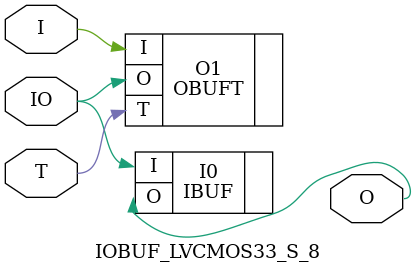
<source format=v>


`timescale  1 ps / 1 ps


module IOBUF_LVCMOS33_S_8 (O, IO, I, T);

    output O;

    inout  IO;

    input  I, T;

        OBUFT #(.IOSTANDARD("LVCMOS33"), .SLEW("SLOW"), .DRIVE(8)) O1 (.O(IO), .I(I), .T(T)); 
	IBUF #(.IOSTANDARD("LVCMOS33"))  I0 (.O(O), .I(IO));
        

endmodule



</source>
